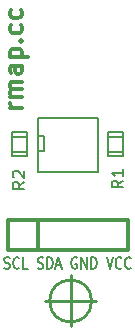
<source format=gbr>
G04 #@! TF.FileFunction,Legend,Top*
%FSLAX46Y46*%
G04 Gerber Fmt 4.6, Leading zero omitted, Abs format (unit mm)*
G04 Created by KiCad (PCBNEW 0.201512201246+6385~39~ubuntu14.04.1-stable) date Fri 15 Jan 2016 12:22:44 CET*
%MOMM*%
G01*
G04 APERTURE LIST*
%ADD10C,0.200000*%
%ADD11C,0.300000*%
%ADD12C,0.150000*%
%ADD13C,0.304800*%
%ADD14C,0.254000*%
%ADD15C,0.127000*%
G04 APERTURE END LIST*
D10*
X145777619Y-91717762D02*
X145891905Y-91765381D01*
X146082381Y-91765381D01*
X146158571Y-91717762D01*
X146196667Y-91670143D01*
X146234762Y-91574905D01*
X146234762Y-91479667D01*
X146196667Y-91384429D01*
X146158571Y-91336810D01*
X146082381Y-91289190D01*
X145930000Y-91241571D01*
X145853809Y-91193952D01*
X145815714Y-91146333D01*
X145777619Y-91051095D01*
X145777619Y-90955857D01*
X145815714Y-90860619D01*
X145853809Y-90813000D01*
X145930000Y-90765381D01*
X146120476Y-90765381D01*
X146234762Y-90813000D01*
X147034762Y-91670143D02*
X146996667Y-91717762D01*
X146882381Y-91765381D01*
X146806191Y-91765381D01*
X146691905Y-91717762D01*
X146615714Y-91622524D01*
X146577619Y-91527286D01*
X146539524Y-91336810D01*
X146539524Y-91193952D01*
X146577619Y-91003476D01*
X146615714Y-90908238D01*
X146691905Y-90813000D01*
X146806191Y-90765381D01*
X146882381Y-90765381D01*
X146996667Y-90813000D01*
X147034762Y-90860619D01*
X147758572Y-91765381D02*
X147377619Y-91765381D01*
X147377619Y-90765381D01*
X148596667Y-91717762D02*
X148710953Y-91765381D01*
X148901429Y-91765381D01*
X148977619Y-91717762D01*
X149015715Y-91670143D01*
X149053810Y-91574905D01*
X149053810Y-91479667D01*
X149015715Y-91384429D01*
X148977619Y-91336810D01*
X148901429Y-91289190D01*
X148749048Y-91241571D01*
X148672857Y-91193952D01*
X148634762Y-91146333D01*
X148596667Y-91051095D01*
X148596667Y-90955857D01*
X148634762Y-90860619D01*
X148672857Y-90813000D01*
X148749048Y-90765381D01*
X148939524Y-90765381D01*
X149053810Y-90813000D01*
X149396667Y-91765381D02*
X149396667Y-90765381D01*
X149587143Y-90765381D01*
X149701429Y-90813000D01*
X149777620Y-90908238D01*
X149815715Y-91003476D01*
X149853810Y-91193952D01*
X149853810Y-91336810D01*
X149815715Y-91527286D01*
X149777620Y-91622524D01*
X149701429Y-91717762D01*
X149587143Y-91765381D01*
X149396667Y-91765381D01*
X150158572Y-91479667D02*
X150539524Y-91479667D01*
X150082381Y-91765381D02*
X150349048Y-90765381D01*
X150615715Y-91765381D01*
X151910953Y-90813000D02*
X151834762Y-90765381D01*
X151720477Y-90765381D01*
X151606191Y-90813000D01*
X151530000Y-90908238D01*
X151491905Y-91003476D01*
X151453810Y-91193952D01*
X151453810Y-91336810D01*
X151491905Y-91527286D01*
X151530000Y-91622524D01*
X151606191Y-91717762D01*
X151720477Y-91765381D01*
X151796667Y-91765381D01*
X151910953Y-91717762D01*
X151949048Y-91670143D01*
X151949048Y-91336810D01*
X151796667Y-91336810D01*
X152291905Y-91765381D02*
X152291905Y-90765381D01*
X152749048Y-91765381D01*
X152749048Y-90765381D01*
X153130000Y-91765381D02*
X153130000Y-90765381D01*
X153320476Y-90765381D01*
X153434762Y-90813000D01*
X153510953Y-90908238D01*
X153549048Y-91003476D01*
X153587143Y-91193952D01*
X153587143Y-91336810D01*
X153549048Y-91527286D01*
X153510953Y-91622524D01*
X153434762Y-91717762D01*
X153320476Y-91765381D01*
X153130000Y-91765381D01*
X154425238Y-90765381D02*
X154691905Y-91765381D01*
X154958572Y-90765381D01*
X155682381Y-91670143D02*
X155644286Y-91717762D01*
X155530000Y-91765381D01*
X155453810Y-91765381D01*
X155339524Y-91717762D01*
X155263333Y-91622524D01*
X155225238Y-91527286D01*
X155187143Y-91336810D01*
X155187143Y-91193952D01*
X155225238Y-91003476D01*
X155263333Y-90908238D01*
X155339524Y-90813000D01*
X155453810Y-90765381D01*
X155530000Y-90765381D01*
X155644286Y-90813000D01*
X155682381Y-90860619D01*
X156482381Y-91670143D02*
X156444286Y-91717762D01*
X156330000Y-91765381D01*
X156253810Y-91765381D01*
X156139524Y-91717762D01*
X156063333Y-91622524D01*
X156025238Y-91527286D01*
X155987143Y-91336810D01*
X155987143Y-91193952D01*
X156025238Y-91003476D01*
X156063333Y-90908238D01*
X156139524Y-90813000D01*
X156253810Y-90765381D01*
X156330000Y-90765381D01*
X156444286Y-90813000D01*
X156482381Y-90860619D01*
D11*
X147236571Y-78122742D02*
X146236571Y-78122742D01*
X146522286Y-78122742D02*
X146379429Y-78051314D01*
X146308000Y-77979885D01*
X146236571Y-77837028D01*
X146236571Y-77694171D01*
X147236571Y-77194171D02*
X146236571Y-77194171D01*
X146379429Y-77194171D02*
X146308000Y-77122743D01*
X146236571Y-76979885D01*
X146236571Y-76765600D01*
X146308000Y-76622743D01*
X146450857Y-76551314D01*
X147236571Y-76551314D01*
X146450857Y-76551314D02*
X146308000Y-76479885D01*
X146236571Y-76337028D01*
X146236571Y-76122743D01*
X146308000Y-75979885D01*
X146450857Y-75908457D01*
X147236571Y-75908457D01*
X147236571Y-74551314D02*
X146450857Y-74551314D01*
X146308000Y-74622743D01*
X146236571Y-74765600D01*
X146236571Y-75051314D01*
X146308000Y-75194171D01*
X147165143Y-74551314D02*
X147236571Y-74694171D01*
X147236571Y-75051314D01*
X147165143Y-75194171D01*
X147022286Y-75265600D01*
X146879429Y-75265600D01*
X146736571Y-75194171D01*
X146665143Y-75051314D01*
X146665143Y-74694171D01*
X146593714Y-74551314D01*
X146236571Y-73837028D02*
X147736571Y-73837028D01*
X146308000Y-73837028D02*
X146236571Y-73694171D01*
X146236571Y-73408457D01*
X146308000Y-73265600D01*
X146379429Y-73194171D01*
X146522286Y-73122742D01*
X146950857Y-73122742D01*
X147093714Y-73194171D01*
X147165143Y-73265600D01*
X147236571Y-73408457D01*
X147236571Y-73694171D01*
X147165143Y-73837028D01*
X147093714Y-72479885D02*
X147165143Y-72408457D01*
X147236571Y-72479885D01*
X147165143Y-72551314D01*
X147093714Y-72479885D01*
X147236571Y-72479885D01*
X147165143Y-71122742D02*
X147236571Y-71265599D01*
X147236571Y-71551313D01*
X147165143Y-71694171D01*
X147093714Y-71765599D01*
X146950857Y-71837028D01*
X146522286Y-71837028D01*
X146379429Y-71765599D01*
X146308000Y-71694171D01*
X146236571Y-71551313D01*
X146236571Y-71265599D01*
X146308000Y-71122742D01*
X147165143Y-69837028D02*
X147236571Y-69979885D01*
X147236571Y-70265599D01*
X147165143Y-70408457D01*
X147093714Y-70479885D01*
X146950857Y-70551314D01*
X146522286Y-70551314D01*
X146379429Y-70479885D01*
X146308000Y-70408457D01*
X146236571Y-70265599D01*
X146236571Y-69979885D01*
X146308000Y-69837028D01*
D12*
X148590000Y-78994000D02*
X153670000Y-78994000D01*
X153670000Y-78994000D02*
X153670000Y-83566000D01*
X153670000Y-83566000D02*
X148590000Y-83566000D01*
X148590000Y-83566000D02*
X148590000Y-78994000D01*
X148590000Y-80518000D02*
X149098000Y-80518000D01*
X149098000Y-80518000D02*
X149098000Y-81788000D01*
X149098000Y-81788000D02*
X148590000Y-81788000D01*
D13*
X148590000Y-87630000D02*
X148590000Y-90170000D01*
X156210000Y-90170000D02*
X146050000Y-90170000D01*
X146050000Y-87630000D02*
X156210000Y-87630000D01*
X146050000Y-90170000D02*
X146050000Y-87630000D01*
X156210000Y-87630000D02*
X156210000Y-90170000D01*
D14*
X151384000Y-92329000D02*
X151384000Y-96647000D01*
X149225000Y-94488000D02*
X153543000Y-94488000D01*
X153162000Y-94488000D02*
G75*
G03X153162000Y-94488000I-1778000J0D01*
G01*
D15*
X155829000Y-81851500D02*
X154559000Y-81851500D01*
X155829000Y-80581500D02*
X154584400Y-80581500D01*
X155829000Y-80200500D02*
X155829000Y-82232500D01*
X155829000Y-82232500D02*
X154559000Y-82232500D01*
X154559000Y-82232500D02*
X154559000Y-80200500D01*
X154559000Y-80200500D02*
X155829000Y-80200500D01*
X147701000Y-81851500D02*
X146431000Y-81851500D01*
X147701000Y-80581500D02*
X146456400Y-80581500D01*
X147701000Y-80200500D02*
X147701000Y-82232500D01*
X147701000Y-82232500D02*
X146431000Y-82232500D01*
X146431000Y-82232500D02*
X146431000Y-80200500D01*
X146431000Y-80200500D02*
X147701000Y-80200500D01*
D10*
X155849581Y-84291466D02*
X155373390Y-84624800D01*
X155849581Y-84862895D02*
X154849581Y-84862895D01*
X154849581Y-84481942D01*
X154897200Y-84386704D01*
X154944819Y-84339085D01*
X155040057Y-84291466D01*
X155182914Y-84291466D01*
X155278152Y-84339085D01*
X155325771Y-84386704D01*
X155373390Y-84481942D01*
X155373390Y-84862895D01*
X155849581Y-83339085D02*
X155849581Y-83910514D01*
X155849581Y-83624800D02*
X154849581Y-83624800D01*
X154992438Y-83720038D01*
X155087676Y-83815276D01*
X155135295Y-83910514D01*
X147467581Y-84393066D02*
X146991390Y-84726400D01*
X147467581Y-84964495D02*
X146467581Y-84964495D01*
X146467581Y-84583542D01*
X146515200Y-84488304D01*
X146562819Y-84440685D01*
X146658057Y-84393066D01*
X146800914Y-84393066D01*
X146896152Y-84440685D01*
X146943771Y-84488304D01*
X146991390Y-84583542D01*
X146991390Y-84964495D01*
X146562819Y-84012114D02*
X146515200Y-83964495D01*
X146467581Y-83869257D01*
X146467581Y-83631161D01*
X146515200Y-83535923D01*
X146562819Y-83488304D01*
X146658057Y-83440685D01*
X146753295Y-83440685D01*
X146896152Y-83488304D01*
X147467581Y-84059733D01*
X147467581Y-83440685D01*
M02*

</source>
